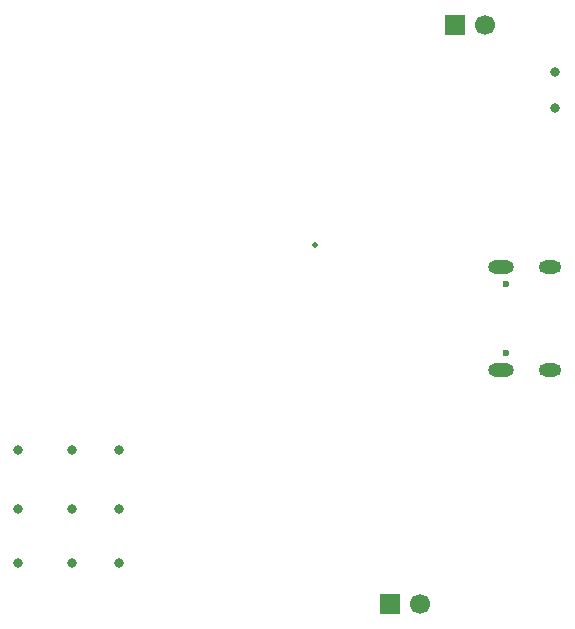
<source format=gbr>
%TF.GenerationSoftware,KiCad,Pcbnew,9.0.7*%
%TF.CreationDate,2026-01-12T23:46:57+09:00*%
%TF.ProjectId,toytalk_demo_v2,746f7974-616c-46b5-9f64-656d6f5f7632,rev?*%
%TF.SameCoordinates,Original*%
%TF.FileFunction,Soldermask,Bot*%
%TF.FilePolarity,Negative*%
%FSLAX46Y46*%
G04 Gerber Fmt 4.6, Leading zero omitted, Abs format (unit mm)*
G04 Created by KiCad (PCBNEW 9.0.7) date 2026-01-12 23:46:57*
%MOMM*%
%LPD*%
G01*
G04 APERTURE LIST*
%ADD10C,0.800000*%
%ADD11C,1.700000*%
%ADD12R,1.700000X1.700000*%
%ADD13C,0.500000*%
%ADD14C,0.600000*%
%ADD15O,2.204000X1.104000*%
%ADD16O,1.904000X1.104000*%
G04 APERTURE END LIST*
D10*
%TO.C,*%
X20000000Y-60000000D03*
%TD*%
%TO.C,*%
X24500000Y-60000000D03*
%TD*%
%TO.C,*%
X28500000Y-60000000D03*
%TD*%
%TO.C,*%
X20000000Y-55500000D03*
%TD*%
%TO.C,*%
X24500000Y-55500000D03*
%TD*%
%TO.C,*%
X28500000Y-55500000D03*
%TD*%
%TO.C,*%
X28500000Y-50500000D03*
%TD*%
%TO.C,*%
X24500000Y-50500000D03*
%TD*%
%TO.C,*%
X20000000Y-50500000D03*
%TD*%
D11*
%TO.C,J2*%
X59500000Y-14500000D03*
D12*
X56960000Y-14500000D03*
%TD*%
D10*
%TO.C,S1*%
X65425000Y-18500000D03*
X65425000Y-21500000D03*
%TD*%
D11*
%TO.C,SP1*%
X54000000Y-63500000D03*
D12*
X51460000Y-63500000D03*
%TD*%
D13*
%TO.C,MK1*%
X45100000Y-33074000D03*
%TD*%
D14*
%TO.C,J1*%
X61320000Y-42215000D03*
X61320000Y-36435000D03*
D15*
X60830000Y-43650000D03*
X60830000Y-35000000D03*
D16*
X65000000Y-43650000D03*
X65000000Y-35000000D03*
%TD*%
M02*

</source>
